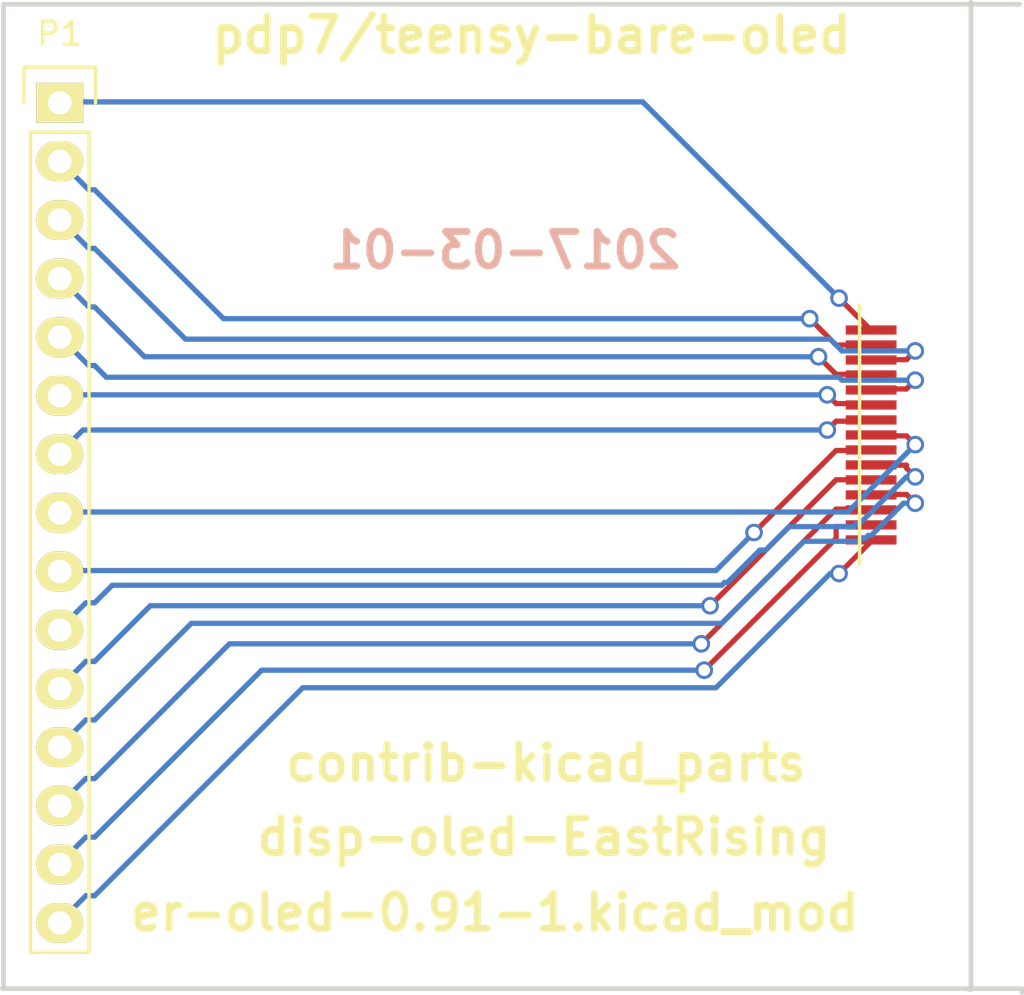
<source format=kicad_pcb>
(kicad_pcb (version 4) (host pcbnew 4.0.4-1.fc25-product)

  (general
    (links 15)
    (no_connects 0)
    (area 130.521948 86.258715 364.040623 135.494701)
    (thickness 1.6)
    (drawings 12)
    (tracks 149)
    (zones 0)
    (modules 2)
    (nets 16)
  )

  (page A4)
  (layers
    (0 F.Cu signal)
    (31 B.Cu signal)
    (32 B.Adhes user)
    (33 F.Adhes user)
    (34 B.Paste user)
    (35 F.Paste user)
    (36 B.SilkS user)
    (37 F.SilkS user)
    (38 B.Mask user)
    (39 F.Mask user)
    (40 Dwgs.User user hide)
    (41 Cmts.User user hide)
    (42 Eco1.User user hide)
    (43 Eco2.User user hide)
    (44 Edge.Cuts user)
    (45 Margin user hide)
    (46 B.CrtYd user hide)
    (47 F.CrtYd user hide)
    (48 B.Fab user hide)
    (49 F.Fab user hide)
  )

  (setup
    (last_trace_width 0.2286)
    (trace_clearance 0.254)
    (zone_clearance 0.508)
    (zone_45_only no)
    (trace_min 0.2286)
    (segment_width 0.2)
    (edge_width 0.2)
    (via_size 0.762)
    (via_drill 0.508)
    (via_min_size 0.762)
    (via_min_drill 0.508)
    (uvia_size 0.3)
    (uvia_drill 0.1)
    (uvias_allowed no)
    (uvia_min_size 0)
    (uvia_min_drill 0)
    (pcb_text_width 0.3)
    (pcb_text_size 1.5 1.5)
    (mod_edge_width 0.15)
    (mod_text_size 1 1)
    (mod_text_width 0.15)
    (pad_size 1.524 1.524)
    (pad_drill 0.762)
    (pad_to_mask_clearance 0.2)
    (aux_axis_origin 0 0)
    (visible_elements FFFFEF7F)
    (pcbplotparams
      (layerselection 0x00030_80000001)
      (usegerberextensions false)
      (excludeedgelayer true)
      (linewidth 0.100000)
      (plotframeref false)
      (viasonmask false)
      (mode 1)
      (useauxorigin false)
      (hpglpennumber 1)
      (hpglpenspeed 20)
      (hpglpendiameter 15)
      (hpglpenoverlay 2)
      (psnegative false)
      (psa4output false)
      (plotreference true)
      (plotvalue true)
      (plotinvisibletext false)
      (padsonsilk false)
      (subtractmaskfromsilk false)
      (outputformat 1)
      (mirror false)
      (drillshape 1)
      (scaleselection 1)
      (outputdirectory ""))
  )

  (net 0 "")
  (net 1 "Net-(DISP1-Pad1)")
  (net 2 "Net-(DISP1-Pad2)")
  (net 3 "Net-(DISP1-Pad3)")
  (net 4 "Net-(DISP1-Pad4)")
  (net 5 "Net-(DISP1-Pad5)")
  (net 6 "Net-(DISP1-Pad6)")
  (net 7 "Net-(DISP1-Pad7)")
  (net 8 "Net-(DISP1-Pad8)")
  (net 9 "Net-(DISP1-Pad9)")
  (net 10 "Net-(DISP1-Pad10)")
  (net 11 "Net-(DISP1-Pad11)")
  (net 12 "Net-(DISP1-Pad12)")
  (net 13 "Net-(DISP1-Pad13)")
  (net 14 "Net-(DISP1-Pad14)")
  (net 15 "Net-(DISP1-Pad15)")

  (net_class Default "This is the default net class."
    (clearance 0.254)
    (trace_width 0.2286)
    (via_dia 0.762)
    (via_drill 0.508)
    (uvia_dia 0.3)
    (uvia_drill 0.1)
    (add_net "Net-(DISP1-Pad1)")
    (add_net "Net-(DISP1-Pad10)")
    (add_net "Net-(DISP1-Pad11)")
    (add_net "Net-(DISP1-Pad12)")
    (add_net "Net-(DISP1-Pad13)")
    (add_net "Net-(DISP1-Pad14)")
    (add_net "Net-(DISP1-Pad15)")
    (add_net "Net-(DISP1-Pad2)")
    (add_net "Net-(DISP1-Pad3)")
    (add_net "Net-(DISP1-Pad4)")
    (add_net "Net-(DISP1-Pad5)")
    (add_net "Net-(DISP1-Pad6)")
    (add_net "Net-(DISP1-Pad7)")
    (add_net "Net-(DISP1-Pad8)")
    (add_net "Net-(DISP1-Pad9)")
  )

  (module disp-oled-EastRising:er-oled-0.91-1 (layer F.Cu) (tedit 0) (tstamp 58B69B02)
    (at 174.5107 111.2139 270)
    (path /58B66AB6)
    (fp_text reference DISP1 (at 0 2.413 270) (layer F.SilkS) hide
      (effects (font (size 0.762 0.762) (thickness 0.1016)))
    )
    (fp_text value ER-OLED0.91-3 (at 0.00508 -1.46812 270) (layer F.SilkS) hide
      (effects (font (size 0.762 0.762) (thickness 0.1016)))
    )
    (fp_line (start -5.625 0.9) (end 5.625 0.9) (layer F.SilkS) (width 0.15))
    (pad 1 smd rect (at -4.55 0.4 270) (size 0.4 2.2) (layers F.Cu F.Paste F.Mask)
      (net 1 "Net-(DISP1-Pad1)"))
    (pad 2 smd rect (at -3.9 0.4 270) (size 0.4 2.2) (layers F.Cu F.Paste F.Mask)
      (net 2 "Net-(DISP1-Pad2)"))
    (pad 3 smd rect (at -3.25 0.4 270) (size 0.4 2.2) (layers F.Cu F.Paste F.Mask)
      (net 3 "Net-(DISP1-Pad3)"))
    (pad 4 smd rect (at -2.6 0.4 270) (size 0.4 2.2) (layers F.Cu F.Paste F.Mask)
      (net 4 "Net-(DISP1-Pad4)"))
    (pad 5 smd rect (at -1.95 0.4 270) (size 0.4 2.2) (layers F.Cu F.Paste F.Mask)
      (net 5 "Net-(DISP1-Pad5)"))
    (pad 6 smd rect (at -1.3 0.4 270) (size 0.4 2.2) (layers F.Cu F.Paste F.Mask)
      (net 6 "Net-(DISP1-Pad6)"))
    (pad 7 smd rect (at -0.65 0.4 270) (size 0.4 2.2) (layers F.Cu F.Paste F.Mask)
      (net 7 "Net-(DISP1-Pad7)"))
    (pad 8 smd rect (at 0 0.4 270) (size 0.4 2.2) (layers F.Cu F.Paste F.Mask)
      (net 8 "Net-(DISP1-Pad8)"))
    (pad 9 smd rect (at 0.65 0.4 270) (size 0.4 2.2) (layers F.Cu F.Paste F.Mask)
      (net 9 "Net-(DISP1-Pad9)"))
    (pad 10 smd rect (at 1.3 0.4 270) (size 0.4 2.2) (layers F.Cu F.Paste F.Mask)
      (net 10 "Net-(DISP1-Pad10)"))
    (pad 11 smd rect (at 1.95 0.4 270) (size 0.4 2.2) (layers F.Cu F.Paste F.Mask)
      (net 11 "Net-(DISP1-Pad11)"))
    (pad 12 smd rect (at 2.6 0.4 270) (size 0.4 2.2) (layers F.Cu F.Paste F.Mask)
      (net 12 "Net-(DISP1-Pad12)"))
    (pad 13 smd rect (at 3.25 0.4 270) (size 0.4 2.2) (layers F.Cu F.Paste F.Mask)
      (net 13 "Net-(DISP1-Pad13)"))
    (pad 14 smd rect (at 3.9 0.4 270) (size 0.4 2.2) (layers F.Cu F.Paste F.Mask)
      (net 14 "Net-(DISP1-Pad14)"))
    (pad 15 smd rect (at 4.55 0.4 270) (size 0.4 2.2) (layers F.Cu F.Paste F.Mask)
      (net 15 "Net-(DISP1-Pad15)"))
  )

  (module Wickerlib:CONN-HEADER-STRAIGHT-P2.54MM-1x15 (layer F.Cu) (tedit 58156071) (tstamp 58B69B93)
    (at 138.9507 96.8121)
    (descr "Through hole pin header")
    (tags "pin header")
    (path /58B66E93)
    (fp_text reference P1 (at 0 14.75 90) (layer F.Fab)
      (effects (font (size 2.032 2.032) (thickness 0.254)))
    )
    (fp_text value CONN_01X15 (at -3 18.25 90) (layer F.Fab) hide
      (effects (font (size 1 1) (thickness 0.15)))
    )
    (fp_text user %R (at 0 -3) (layer F.SilkS)
      (effects (font (size 1 1) (thickness 0.15)))
    )
    (fp_line (start -1.75 37.25) (end -1.75 -1.75) (layer F.Fab) (width 0.0508))
    (fp_line (start 1.75 37.25) (end -1.75 37.25) (layer F.Fab) (width 0.0508))
    (fp_line (start 1.75 -1.75) (end 1.75 37.25) (layer F.Fab) (width 0.0508))
    (fp_line (start -1.75 -1.75) (end 1.75 -1.75) (layer F.Fab) (width 0.0508))
    (fp_line (start -1.75 -1.75) (end -1.75 37.35) (layer F.CrtYd) (width 0.05))
    (fp_line (start 1.75 -1.75) (end 1.75 37.35) (layer F.CrtYd) (width 0.05))
    (fp_line (start -1.75 -1.75) (end 1.75 -1.75) (layer F.CrtYd) (width 0.05))
    (fp_line (start -1.75 37.35) (end 1.75 37.35) (layer F.CrtYd) (width 0.05))
    (fp_line (start -1.27 1.27) (end -1.27 36.83) (layer F.SilkS) (width 0.15))
    (fp_line (start -1.27 36.83) (end 1.27 36.83) (layer F.SilkS) (width 0.15))
    (fp_line (start 1.27 36.83) (end 1.27 1.27) (layer F.SilkS) (width 0.15))
    (fp_line (start 1.55 -1.55) (end 1.55 0) (layer F.SilkS) (width 0.15))
    (fp_line (start 1.27 1.27) (end -1.27 1.27) (layer F.SilkS) (width 0.15))
    (fp_line (start -1.55 0) (end -1.55 -1.55) (layer F.SilkS) (width 0.15))
    (fp_line (start -1.55 -1.55) (end 1.55 -1.55) (layer F.SilkS) (width 0.15))
    (pad 1 thru_hole rect (at 0 0) (size 2.032 1.7272) (drill 1.016) (layers *.Cu *.Mask F.SilkS)
      (net 1 "Net-(DISP1-Pad1)"))
    (pad 2 thru_hole oval (at 0 2.54) (size 2.032 1.7272) (drill 1.016) (layers *.Cu *.Mask F.SilkS)
      (net 2 "Net-(DISP1-Pad2)"))
    (pad 3 thru_hole oval (at 0 5.08) (size 2.032 1.7272) (drill 1.016) (layers *.Cu *.Mask F.SilkS)
      (net 3 "Net-(DISP1-Pad3)"))
    (pad 4 thru_hole oval (at 0 7.62) (size 2.032 1.7272) (drill 1.016) (layers *.Cu *.Mask F.SilkS)
      (net 4 "Net-(DISP1-Pad4)"))
    (pad 5 thru_hole oval (at 0 10.16) (size 2.032 1.7272) (drill 1.016) (layers *.Cu *.Mask F.SilkS)
      (net 5 "Net-(DISP1-Pad5)"))
    (pad 6 thru_hole oval (at 0 12.7) (size 2.032 1.7272) (drill 1.016) (layers *.Cu *.Mask F.SilkS)
      (net 6 "Net-(DISP1-Pad6)"))
    (pad 7 thru_hole oval (at 0 15.24) (size 2.032 1.7272) (drill 1.016) (layers *.Cu *.Mask F.SilkS)
      (net 7 "Net-(DISP1-Pad7)"))
    (pad 8 thru_hole oval (at 0 17.78) (size 2.032 1.7272) (drill 1.016) (layers *.Cu *.Mask F.SilkS)
      (net 8 "Net-(DISP1-Pad8)"))
    (pad 9 thru_hole oval (at 0 20.32) (size 2.032 1.7272) (drill 1.016) (layers *.Cu *.Mask F.SilkS)
      (net 9 "Net-(DISP1-Pad9)"))
    (pad 10 thru_hole oval (at 0 22.86) (size 2.032 1.7272) (drill 1.016) (layers *.Cu *.Mask F.SilkS)
      (net 10 "Net-(DISP1-Pad10)"))
    (pad 11 thru_hole oval (at 0 25.4) (size 2.032 1.7272) (drill 1.016) (layers *.Cu *.Mask F.SilkS)
      (net 11 "Net-(DISP1-Pad11)"))
    (pad 12 thru_hole oval (at 0 27.94) (size 2.032 1.7272) (drill 1.016) (layers *.Cu *.Mask F.SilkS)
      (net 12 "Net-(DISP1-Pad12)"))
    (pad 13 thru_hole oval (at 0 30.48) (size 2.032 1.7272) (drill 1.016) (layers *.Cu *.Mask F.SilkS)
      (net 13 "Net-(DISP1-Pad13)"))
    (pad 14 thru_hole oval (at 0 33.02) (size 2.032 1.7272) (drill 1.016) (layers *.Cu *.Mask F.SilkS)
      (net 14 "Net-(DISP1-Pad14)"))
    (pad 15 thru_hole oval (at 0 35.56) (size 2.032 1.7272) (drill 1.016) (layers *.Cu *.Mask F.SilkS)
      (net 15 "Net-(DISP1-Pad15)"))
  )

  (gr_line (start 178.435 135.255) (end 178.308 135.255) (angle 90) (layer Edge.Cuts) (width 0.2))
  (gr_line (start 178.435 92.456) (end 178.435 135.255) (angle 90) (layer Edge.Cuts) (width 0.2))
  (gr_line (start 136.51484 92.5449) (end 180.5559 92.5449) (angle 90) (layer Edge.Cuts) (width 0.2))
  (gr_line (start 136.51484 135.17372) (end 136.51484 92.5449) (angle 90) (layer Edge.Cuts) (width 0.2))
  (gr_line (start 180.6448 135.2169) (end 180.6448 135.3947) (angle 90) (layer Edge.Cuts) (width 0.2))
  (gr_line (start 136.4615 135.2169) (end 180.6448 135.2169) (angle 90) (layer Edge.Cuts) (width 0.2))
  (gr_text 2017-03-01 (at 158.242 103.2129) (layer B.SilkS)
    (effects (font (size 1.5 1.5) (thickness 0.3)) (justify mirror))
  )
  (gr_text pdp7/teensy-bare-oled (at 159.3977 93.8784) (layer F.SilkS)
    (effects (font (size 1.5 1.5) (thickness 0.3)))
  )
  (gr_text er-oled-0.91-1.kicad_mod (at 157.7975 131.9276) (layer F.SilkS)
    (effects (font (size 1.5 1.5) (thickness 0.3)))
  )
  (gr_text "disp-oled-EastRising\n" (at 159.9311 128.6383) (layer F.SilkS)
    (effects (font (size 1.5 1.5) (thickness 0.3)))
  )
  (gr_text contrib-kicad_parts (at 160.02 125.4379) (layer F.SilkS)
    (effects (font (size 1.5 1.5) (thickness 0.3)))
  )
  (gr_line (start 130.621949 90.412814) (end 363.940622 86.358716) (layer Dwgs.User) (width 0.2))

  (segment (start 174.1107 106.6639) (end 174.117 106.68) (width 0.2286) (layer F.Cu) (net 1) (status 80000))
  (segment (start 174.117 106.68) (end 172.72 105.283) (width 0.2286) (layer F.Cu) (net 1) (status 80000))
  (via (at 172.72 105.283) (size 0.762) (layers F.Cu B.Cu) (net 1) (status 80000))
  (segment (start 172.72 105.283) (end 164.211 96.774) (width 0.2286) (layer B.Cu) (net 1) (status 80000))
  (segment (start 164.211 96.774) (end 138.938 96.774) (width 0.2286) (layer B.Cu) (net 1) (status 80000))
  (segment (start 138.938 96.774) (end 138.9507 96.8121) (width 0.2286) (layer B.Cu) (net 1) (tstamp 58B69CCE) (status 80000))
  (segment (start 138.9507 99.3521) (end 138.938 99.314) (width 0.2286) (layer B.Cu) (net 2) (status 80000))
  (segment (start 138.938 99.314) (end 140.208 100.584) (width 0.2286) (layer B.Cu) (net 2) (status 80000))
  (segment (start 140.208 100.584) (end 140.462 100.584) (width 0.2286) (layer B.Cu) (net 2) (status 80000))
  (segment (start 140.462 100.584) (end 146.05 106.172) (width 0.2286) (layer B.Cu) (net 2) (status 80000))
  (segment (start 146.05 106.172) (end 171.45 106.172) (width 0.2286) (layer B.Cu) (net 2) (status 80000))
  (via (at 171.45 106.172) (size 0.762) (layers F.Cu B.Cu) (net 2) (status 80000))
  (segment (start 171.45 106.172) (end 172.593 107.315) (width 0.2286) (layer F.Cu) (net 2) (status 80000))
  (segment (start 172.593 107.315) (end 174.117 107.315) (width 0.2286) (layer F.Cu) (net 2) (status 80000))
  (segment (start 174.117 107.315) (end 174.1107 107.3139) (width 0.2286) (layer F.Cu) (net 2) (tstamp 58B69CCC) (status 80000))
  (segment (start 138.9507 101.8921) (end 138.938 101.854) (width 0.2286) (layer B.Cu) (net 3) (status 80000))
  (segment (start 138.938 101.854) (end 140.208 103.124) (width 0.2286) (layer B.Cu) (net 3) (status 80000))
  (segment (start 140.208 103.124) (end 140.462 103.124) (width 0.2286) (layer B.Cu) (net 3) (status 80000))
  (segment (start 140.462 103.124) (end 144.399 107.061) (width 0.2286) (layer B.Cu) (net 3) (status 80000))
  (segment (start 144.399 107.061) (end 172.339 107.061) (width 0.2286) (layer B.Cu) (net 3) (status 80000))
  (segment (start 172.339 107.061) (end 172.847 107.569) (width 0.2286) (layer B.Cu) (net 3) (status 80000))
  (segment (start 172.847 107.569) (end 176.022 107.569) (width 0.2286) (layer B.Cu) (net 3) (status 80000))
  (via (at 176.022 107.569) (size 0.762) (layers F.Cu B.Cu) (net 3) (status 80000))
  (segment (start 176.022 107.569) (end 175.641 107.95) (width 0.2286) (layer F.Cu) (net 3) (status 80000))
  (segment (start 175.641 107.95) (end 174.117 107.95) (width 0.2286) (layer F.Cu) (net 3) (status 80000))
  (segment (start 174.117 107.95) (end 174.1107 107.9639) (width 0.2286) (layer F.Cu) (net 3) (tstamp 58B69CCA) (status 80000))
  (segment (start 138.9507 104.4321) (end 138.938 104.394) (width 0.2286) (layer B.Cu) (net 4) (status 80000))
  (segment (start 138.938 104.394) (end 140.208 105.664) (width 0.2286) (layer B.Cu) (net 4) (status 80000))
  (segment (start 140.208 105.664) (end 140.462 105.664) (width 0.2286) (layer B.Cu) (net 4) (status 80000))
  (segment (start 140.462 105.664) (end 142.621 107.823) (width 0.2286) (layer B.Cu) (net 4) (status 80000))
  (segment (start 142.621 107.823) (end 171.831 107.823) (width 0.2286) (layer B.Cu) (net 4) (status 80000))
  (via (at 171.831 107.823) (size 0.762) (layers F.Cu B.Cu) (net 4) (status 80000))
  (segment (start 171.831 107.823) (end 172.593 108.585) (width 0.2286) (layer F.Cu) (net 4) (status 80000))
  (segment (start 172.593 108.585) (end 174.117 108.585) (width 0.2286) (layer F.Cu) (net 4) (status 80000))
  (segment (start 174.117 108.585) (end 174.1107 108.6139) (width 0.2286) (layer F.Cu) (net 4) (tstamp 58B69CC8) (status 80000))
  (segment (start 138.9507 106.9721) (end 138.938 106.934) (width 0.2286) (layer B.Cu) (net 5) (status 80000))
  (segment (start 138.938 106.934) (end 140.208 108.204) (width 0.2286) (layer B.Cu) (net 5) (status 80000))
  (segment (start 140.208 108.204) (end 140.462 108.204) (width 0.2286) (layer B.Cu) (net 5) (status 80000))
  (segment (start 140.462 108.204) (end 140.97 108.712) (width 0.2286) (layer B.Cu) (net 5) (status 80000))
  (segment (start 140.97 108.712) (end 172.72 108.712) (width 0.2286) (layer B.Cu) (net 5) (status 80000))
  (segment (start 172.72 108.712) (end 172.847 108.839) (width 0.2286) (layer B.Cu) (net 5) (status 80000))
  (segment (start 172.847 108.839) (end 176.022 108.839) (width 0.2286) (layer B.Cu) (net 5) (status 80000))
  (via (at 176.022 108.839) (size 0.762) (layers F.Cu B.Cu) (net 5) (status 80000))
  (segment (start 176.022 108.839) (end 175.641 109.22) (width 0.2286) (layer F.Cu) (net 5) (status 80000))
  (segment (start 175.641 109.22) (end 174.117 109.22) (width 0.2286) (layer F.Cu) (net 5) (status 80000))
  (segment (start 174.117 109.22) (end 174.1107 109.2639) (width 0.2286) (layer F.Cu) (net 5) (tstamp 58B69CC6) (status 80000))
  (segment (start 138.9507 109.5121) (end 138.938 109.474) (width 0.2286) (layer B.Cu) (net 6) (status 80000))
  (segment (start 138.938 109.474) (end 172.212 109.474) (width 0.2286) (layer B.Cu) (net 6) (status 80000))
  (via (at 172.212 109.474) (size 0.762) (layers F.Cu B.Cu) (net 6) (status 80000))
  (segment (start 172.212 109.474) (end 172.593 109.855) (width 0.2286) (layer F.Cu) (net 6) (status 80000))
  (segment (start 172.593 109.855) (end 174.117 109.855) (width 0.2286) (layer F.Cu) (net 6) (status 80000))
  (segment (start 174.117 109.855) (end 174.1107 109.9139) (width 0.2286) (layer F.Cu) (net 6) (tstamp 58B69CC4) (status 80000))
  (segment (start 138.9507 112.0521) (end 138.938 112.014) (width 0.2286) (layer B.Cu) (net 7) (status 80000))
  (segment (start 138.938 112.014) (end 139.954 110.998) (width 0.2286) (layer B.Cu) (net 7) (status 80000))
  (segment (start 139.954 110.998) (end 172.212 110.998) (width 0.2286) (layer B.Cu) (net 7) (status 80000))
  (via (at 172.212 110.998) (size 0.762) (layers F.Cu B.Cu) (net 7) (status 80000))
  (segment (start 172.212 110.998) (end 172.593 110.617) (width 0.2286) (layer F.Cu) (net 7) (status 80000))
  (segment (start 172.593 110.617) (end 174.117 110.617) (width 0.2286) (layer F.Cu) (net 7) (status 80000))
  (segment (start 174.117 110.617) (end 174.1107 110.5639) (width 0.2286) (layer F.Cu) (net 7) (tstamp 58B69CC5) (status 80000))
  (segment (start 174.1107 111.2139) (end 174.117 111.252) (width 0.2286) (layer F.Cu) (net 8) (status 80000))
  (segment (start 174.117 111.252) (end 175.641 111.252) (width 0.2286) (layer F.Cu) (net 8) (status 80000))
  (segment (start 175.641 111.252) (end 176.022 111.633) (width 0.2286) (layer F.Cu) (net 8) (status 80000))
  (via (at 176.022 111.633) (size 0.762) (layers F.Cu B.Cu) (net 8) (status 80000))
  (segment (start 176.022 111.633) (end 173.101 114.554) (width 0.2286) (layer B.Cu) (net 8) (status 80000))
  (segment (start 173.101 114.554) (end 138.938 114.554) (width 0.2286) (layer B.Cu) (net 8) (status 80000))
  (segment (start 138.938 114.554) (end 138.9507 114.5921) (width 0.2286) (layer B.Cu) (net 8) (tstamp 58B69CC7) (status 80000))
  (segment (start 174.1107 111.8639) (end 174.117 111.887) (width 0.2286) (layer F.Cu) (net 9) (status 80000))
  (segment (start 174.117 111.887) (end 172.593 111.887) (width 0.2286) (layer F.Cu) (net 9) (status 80000))
  (segment (start 172.593 111.887) (end 169.037 115.443) (width 0.2286) (layer F.Cu) (net 9) (status 80000))
  (via (at 169.037 115.443) (size 0.762) (layers F.Cu B.Cu) (net 9) (status 80000))
  (segment (start 169.037 115.443) (end 167.386 117.094) (width 0.2286) (layer B.Cu) (net 9) (status 80000))
  (segment (start 167.386 117.094) (end 138.938 117.094) (width 0.2286) (layer B.Cu) (net 9) (status 80000))
  (segment (start 138.938 117.094) (end 138.9507 117.1321) (width 0.2286) (layer B.Cu) (net 9) (tstamp 58B69CC9) (status 80000))
  (segment (start 138.9507 119.6721) (end 138.938 119.634) (width 0.2286) (layer B.Cu) (net 10) (status 80000))
  (segment (start 138.938 119.634) (end 140.081 118.491) (width 0.2286) (layer B.Cu) (net 10) (status 80000))
  (segment (start 140.081 118.491) (end 140.462 118.491) (width 0.2286) (layer B.Cu) (net 10) (status 80000))
  (segment (start 140.462 118.491) (end 141.224 117.729) (width 0.2286) (layer B.Cu) (net 10) (status 80000))
  (segment (start 141.224 117.729) (end 167.64 117.729) (width 0.2286) (layer B.Cu) (net 10) (status 80000))
  (segment (start 167.64 117.729) (end 167.767 117.602) (width 0.2286) (layer B.Cu) (net 10) (status 80000))
  (segment (start 167.767 117.602) (end 167.894 117.602) (width 0.2286) (layer B.Cu) (net 10) (status 80000))
  (segment (start 167.894 117.602) (end 169.291 116.205) (width 0.2286) (layer B.Cu) (net 10) (status 80000))
  (segment (start 169.291 116.205) (end 169.545 116.205) (width 0.2286) (layer B.Cu) (net 10) (status 80000))
  (segment (start 169.545 116.205) (end 170.561 115.189) (width 0.2286) (layer B.Cu) (net 10) (status 80000))
  (segment (start 170.561 115.189) (end 173.355 115.189) (width 0.2286) (layer B.Cu) (net 10) (status 80000))
  (segment (start 173.355 115.189) (end 173.482 115.062) (width 0.2286) (layer B.Cu) (net 10) (status 80000))
  (segment (start 173.482 115.062) (end 173.609 115.062) (width 0.2286) (layer B.Cu) (net 10) (status 80000))
  (segment (start 173.609 115.062) (end 175.641 113.03) (width 0.2286) (layer B.Cu) (net 10) (status 80000))
  (segment (start 175.641 113.03) (end 176.022 113.03) (width 0.2286) (layer B.Cu) (net 10) (status 80000))
  (via (at 176.022 113.03) (size 0.762) (layers F.Cu B.Cu) (net 10) (status 80000))
  (segment (start 176.022 113.03) (end 175.641 112.649) (width 0.2286) (layer F.Cu) (net 10) (status 80000))
  (segment (start 175.641 112.649) (end 175.641 112.522) (width 0.2286) (layer F.Cu) (net 10) (status 80000))
  (segment (start 175.641 112.522) (end 174.117 112.522) (width 0.2286) (layer F.Cu) (net 10) (status 80000))
  (segment (start 174.117 112.522) (end 174.1107 112.5139) (width 0.2286) (layer F.Cu) (net 10) (tstamp 58B69CCB) (status 80000))
  (segment (start 138.9507 122.2121) (end 138.938 122.174) (width 0.2286) (layer B.Cu) (net 11) (status 80000))
  (segment (start 138.938 122.174) (end 140.081 121.031) (width 0.2286) (layer B.Cu) (net 11) (status 80000))
  (segment (start 140.081 121.031) (end 140.462 121.031) (width 0.2286) (layer B.Cu) (net 11) (status 80000))
  (segment (start 140.462 121.031) (end 142.875 118.618) (width 0.2286) (layer B.Cu) (net 11) (status 80000))
  (segment (start 142.875 118.618) (end 167.132 118.618) (width 0.2286) (layer B.Cu) (net 11) (status 80000))
  (via (at 167.132 118.618) (size 0.762) (layers F.Cu B.Cu) (net 11) (status 80000))
  (segment (start 167.132 118.618) (end 172.593 113.157) (width 0.2286) (layer F.Cu) (net 11) (status 80000))
  (segment (start 172.593 113.157) (end 174.117 113.157) (width 0.2286) (layer F.Cu) (net 11) (status 80000))
  (segment (start 174.117 113.157) (end 174.1107 113.1639) (width 0.2286) (layer F.Cu) (net 11) (tstamp 58B69CCD) (status 80000))
  (segment (start 138.9507 124.7521) (end 138.938 124.714) (width 0.2286) (layer B.Cu) (net 12) (status 80000))
  (segment (start 138.938 124.714) (end 140.081 123.571) (width 0.2286) (layer B.Cu) (net 12) (status 80000))
  (segment (start 140.081 123.571) (end 140.462 123.571) (width 0.2286) (layer B.Cu) (net 12) (status 80000))
  (segment (start 140.462 123.571) (end 144.653 119.38) (width 0.2286) (layer B.Cu) (net 12) (status 80000))
  (segment (start 144.653 119.38) (end 167.64 119.38) (width 0.2286) (layer B.Cu) (net 12) (status 80000))
  (segment (start 167.64 119.38) (end 171.196 115.824) (width 0.2286) (layer B.Cu) (net 12) (status 80000))
  (segment (start 171.196 115.824) (end 173.609 115.824) (width 0.2286) (layer B.Cu) (net 12) (status 80000))
  (segment (start 173.609 115.824) (end 173.736 115.697) (width 0.2286) (layer B.Cu) (net 12) (status 80000))
  (segment (start 173.736 115.697) (end 173.863 115.697) (width 0.2286) (layer B.Cu) (net 12) (status 80000))
  (segment (start 173.863 115.697) (end 173.99 115.57) (width 0.2286) (layer B.Cu) (net 12) (status 80000))
  (segment (start 173.99 115.57) (end 174.117 115.57) (width 0.2286) (layer B.Cu) (net 12) (status 80000))
  (segment (start 174.117 115.57) (end 175.514 114.173) (width 0.2286) (layer B.Cu) (net 12) (status 80000))
  (segment (start 175.514 114.173) (end 176.022 114.173) (width 0.2286) (layer B.Cu) (net 12) (status 80000))
  (via (at 176.022 114.173) (size 0.762) (layers F.Cu B.Cu) (net 12) (status 80000))
  (segment (start 176.022 114.173) (end 175.641 113.792) (width 0.2286) (layer F.Cu) (net 12) (status 80000))
  (segment (start 175.641 113.792) (end 174.117 113.792) (width 0.2286) (layer F.Cu) (net 12) (status 80000))
  (segment (start 174.117 113.792) (end 174.1107 113.8139) (width 0.2286) (layer F.Cu) (net 12) (tstamp 58B69CCF) (status 80000))
  (segment (start 138.9507 127.2921) (end 138.938 127.254) (width 0.2286) (layer B.Cu) (net 13) (status 80000))
  (segment (start 138.938 127.254) (end 140.081 126.111) (width 0.2286) (layer B.Cu) (net 13) (status 80000))
  (segment (start 140.081 126.111) (end 140.462 126.111) (width 0.2286) (layer B.Cu) (net 13) (status 80000))
  (segment (start 140.462 126.111) (end 146.304 120.269) (width 0.2286) (layer B.Cu) (net 13) (status 80000))
  (segment (start 146.304 120.269) (end 166.751 120.269) (width 0.2286) (layer B.Cu) (net 13) (status 80000))
  (via (at 166.751 120.269) (size 0.762) (layers F.Cu B.Cu) (net 13) (status 80000))
  (segment (start 166.751 120.269) (end 172.593 114.427) (width 0.2286) (layer F.Cu) (net 13) (status 80000))
  (segment (start 172.593 114.427) (end 174.117 114.427) (width 0.2286) (layer F.Cu) (net 13) (status 80000))
  (segment (start 174.117 114.427) (end 174.1107 114.4639) (width 0.2286) (layer F.Cu) (net 13) (tstamp 58B69CD0) (status 80000))
  (segment (start 138.9507 129.8321) (end 138.938 129.794) (width 0.2286) (layer B.Cu) (net 14) (status 80000))
  (segment (start 138.938 129.794) (end 140.081 128.651) (width 0.2286) (layer B.Cu) (net 14) (status 80000))
  (segment (start 140.081 128.651) (end 140.462 128.651) (width 0.2286) (layer B.Cu) (net 14) (status 80000))
  (segment (start 140.462 128.651) (end 147.701 121.412) (width 0.2286) (layer B.Cu) (net 14) (status 80000))
  (segment (start 147.701 121.412) (end 166.878 121.412) (width 0.2286) (layer B.Cu) (net 14) (status 80000))
  (via (at 166.878 121.412) (size 0.762) (layers F.Cu B.Cu) (net 14) (status 80000))
  (segment (start 166.878 121.412) (end 172.593 115.697) (width 0.2286) (layer F.Cu) (net 14) (status 80000))
  (segment (start 172.593 115.697) (end 172.593 115.189) (width 0.2286) (layer F.Cu) (net 14) (status 80000))
  (segment (start 172.593 115.189) (end 173.99 115.189) (width 0.2286) (layer F.Cu) (net 14) (status 80000))
  (segment (start 173.99 115.189) (end 174.117 115.062) (width 0.2286) (layer F.Cu) (net 14) (status 80000))
  (segment (start 174.117 115.062) (end 174.1107 115.1139) (width 0.2286) (layer F.Cu) (net 14) (tstamp 58B69CD1) (status 80000))
  (segment (start 138.9507 132.3721) (end 138.938 132.334) (width 0.2286) (layer B.Cu) (net 15) (status 80000))
  (segment (start 138.938 132.334) (end 140.081 131.191) (width 0.2286) (layer B.Cu) (net 15) (status 80000))
  (segment (start 140.081 131.191) (end 140.462 131.191) (width 0.2286) (layer B.Cu) (net 15) (status 80000))
  (segment (start 140.462 131.191) (end 149.479 122.174) (width 0.2286) (layer B.Cu) (net 15) (status 80000))
  (segment (start 149.479 122.174) (end 167.386 122.174) (width 0.2286) (layer B.Cu) (net 15) (status 80000))
  (segment (start 167.386 122.174) (end 172.339 117.221) (width 0.2286) (layer B.Cu) (net 15) (status 80000))
  (segment (start 172.339 117.221) (end 172.72 117.221) (width 0.2286) (layer B.Cu) (net 15) (status 80000))
  (via (at 172.72 117.221) (size 0.762) (layers F.Cu B.Cu) (net 15) (status 80000))
  (segment (start 172.72 117.221) (end 174.117 115.824) (width 0.2286) (layer F.Cu) (net 15) (status 80000))
  (segment (start 174.117 115.824) (end 174.1107 115.7639) (width 0.2286) (layer F.Cu) (net 15) (tstamp 58B69CD2) (status 80000))

)

</source>
